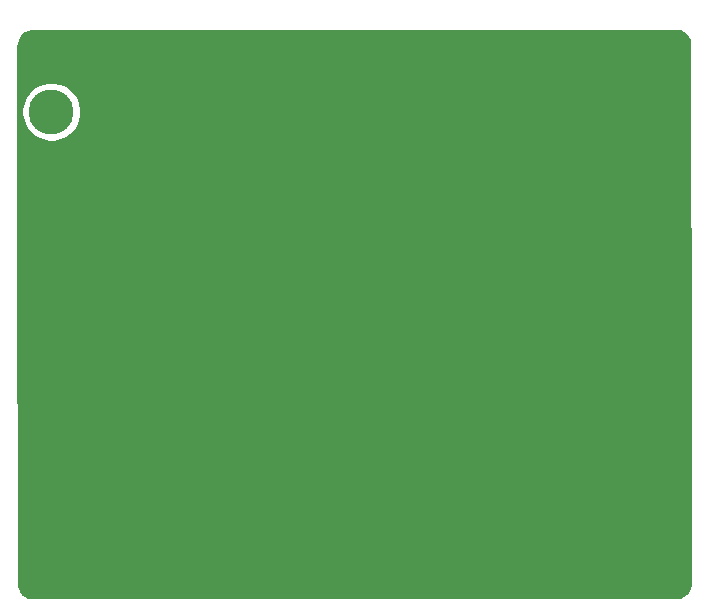
<source format=gbr>
%TF.GenerationSoftware,KiCad,Pcbnew,(5.1.6)-1*%
%TF.CreationDate,2021-04-02T17:33:40+02:00*%
%TF.ProjectId,48-24,34382d32-342e-46b6-9963-61645f706362,rev?*%
%TF.SameCoordinates,Original*%
%TF.FileFunction,Copper,L2,Bot*%
%TF.FilePolarity,Positive*%
%FSLAX46Y46*%
G04 Gerber Fmt 4.6, Leading zero omitted, Abs format (unit mm)*
G04 Created by KiCad (PCBNEW (5.1.6)-1) date 2021-04-02 17:33:40*
%MOMM*%
%LPD*%
G01*
G04 APERTURE LIST*
%TA.AperFunction,ComponentPad*%
%ADD10C,3.800000*%
%TD*%
%TA.AperFunction,ViaPad*%
%ADD11C,0.600000*%
%TD*%
%TA.AperFunction,Conductor*%
%ADD12R,2.950000X4.500000*%
%TD*%
%TA.AperFunction,ViaPad*%
%ADD13C,0.800000*%
%TD*%
%TA.AperFunction,Conductor*%
%ADD14C,0.254000*%
%TD*%
G04 APERTURE END LIST*
D10*
%TO.P,H2,1*%
%TO.N,GND*%
X46850000Y-160150000D03*
%TD*%
%TO.P,H1,1*%
%TO.N,+48V*%
X46850000Y-141750000D03*
%TD*%
%TO.P,J8,1*%
%TO.N,GND*%
%TA.AperFunction,SMDPad,CuDef*%
G36*
G01*
X93100000Y-138000000D02*
X93100000Y-136000000D01*
G75*
G02*
X93600000Y-135500000I500000J0D01*
G01*
X94600000Y-135500000D01*
G75*
G02*
X95100000Y-136000000I0J-500000D01*
G01*
X95100000Y-138000000D01*
G75*
G02*
X94600000Y-138500000I-500000J0D01*
G01*
X93600000Y-138500000D01*
G75*
G02*
X93100000Y-138000000I0J500000D01*
G01*
G37*
%TD.AperFunction*%
%TD*%
%TO.P,J7,1*%
%TO.N,GND*%
%TA.AperFunction,SMDPad,CuDef*%
G36*
G01*
X87100000Y-137900000D02*
X87100000Y-135900000D01*
G75*
G02*
X87600000Y-135400000I500000J0D01*
G01*
X88600000Y-135400000D01*
G75*
G02*
X89100000Y-135900000I0J-500000D01*
G01*
X89100000Y-137900000D01*
G75*
G02*
X88600000Y-138400000I-500000J0D01*
G01*
X87600000Y-138400000D01*
G75*
G02*
X87100000Y-137900000I0J500000D01*
G01*
G37*
%TD.AperFunction*%
%TD*%
%TO.P,J6,1*%
%TO.N,GND*%
%TA.AperFunction,SMDPad,CuDef*%
G36*
G01*
X81200000Y-137900000D02*
X81200000Y-135900000D01*
G75*
G02*
X81700000Y-135400000I500000J0D01*
G01*
X82700000Y-135400000D01*
G75*
G02*
X83200000Y-135900000I0J-500000D01*
G01*
X83200000Y-137900000D01*
G75*
G02*
X82700000Y-138400000I-500000J0D01*
G01*
X81700000Y-138400000D01*
G75*
G02*
X81200000Y-137900000I0J500000D01*
G01*
G37*
%TD.AperFunction*%
%TD*%
%TO.P,J5,1*%
%TO.N,GND*%
%TA.AperFunction,SMDPad,CuDef*%
G36*
G01*
X69150000Y-179750000D02*
X69150000Y-177750000D01*
G75*
G02*
X69650000Y-177250000I500000J0D01*
G01*
X70650000Y-177250000D01*
G75*
G02*
X71150000Y-177750000I0J-500000D01*
G01*
X71150000Y-179750000D01*
G75*
G02*
X70650000Y-180250000I-500000J0D01*
G01*
X69650000Y-180250000D01*
G75*
G02*
X69150000Y-179750000I0J500000D01*
G01*
G37*
%TD.AperFunction*%
%TD*%
%TO.P,J4,1*%
%TO.N,GND*%
%TA.AperFunction,SMDPad,CuDef*%
G36*
G01*
X63950000Y-179750000D02*
X63950000Y-177750000D01*
G75*
G02*
X64450000Y-177250000I500000J0D01*
G01*
X65450000Y-177250000D01*
G75*
G02*
X65950000Y-177750000I0J-500000D01*
G01*
X65950000Y-179750000D01*
G75*
G02*
X65450000Y-180250000I-500000J0D01*
G01*
X64450000Y-180250000D01*
G75*
G02*
X63950000Y-179750000I0J500000D01*
G01*
G37*
%TD.AperFunction*%
%TD*%
%TO.P,J3,1*%
%TO.N,GND*%
%TA.AperFunction,SMDPad,CuDef*%
G36*
G01*
X58950000Y-179750000D02*
X58950000Y-177750000D01*
G75*
G02*
X59450000Y-177250000I500000J0D01*
G01*
X60450000Y-177250000D01*
G75*
G02*
X60950000Y-177750000I0J-500000D01*
G01*
X60950000Y-179750000D01*
G75*
G02*
X60450000Y-180250000I-500000J0D01*
G01*
X59450000Y-180250000D01*
G75*
G02*
X58950000Y-179750000I0J500000D01*
G01*
G37*
%TD.AperFunction*%
%TD*%
%TO.P,J2,1*%
%TO.N,GND*%
%TA.AperFunction,SMDPad,CuDef*%
G36*
G01*
X75650000Y-137900000D02*
X75650000Y-135900000D01*
G75*
G02*
X76150000Y-135400000I500000J0D01*
G01*
X77150000Y-135400000D01*
G75*
G02*
X77650000Y-135900000I0J-500000D01*
G01*
X77650000Y-137900000D01*
G75*
G02*
X77150000Y-138400000I-500000J0D01*
G01*
X76150000Y-138400000D01*
G75*
G02*
X75650000Y-137900000I0J500000D01*
G01*
G37*
%TD.AperFunction*%
%TD*%
%TO.P,J1,1*%
%TO.N,GND*%
%TA.AperFunction,SMDPad,CuDef*%
G36*
G01*
X53950000Y-179750000D02*
X53950000Y-177750000D01*
G75*
G02*
X54450000Y-177250000I500000J0D01*
G01*
X55450000Y-177250000D01*
G75*
G02*
X55950000Y-177750000I0J-500000D01*
G01*
X55950000Y-179750000D01*
G75*
G02*
X55450000Y-180250000I-500000J0D01*
G01*
X54450000Y-180250000D01*
G75*
G02*
X53950000Y-179750000I0J500000D01*
G01*
G37*
%TD.AperFunction*%
%TD*%
D11*
%TO.N,GND*%
%TO.C,U2*%
X62739000Y-154609000D03*
X62739000Y-153509000D03*
X61539000Y-153509000D03*
X61539000Y-154609000D03*
X62739000Y-151009000D03*
X62739000Y-152209000D03*
X61539000Y-152209000D03*
X61539000Y-151009000D03*
D12*
X62139000Y-152809000D03*
%TD*%
%TO.N,GND*%
%TO.C,U3*%
X80504000Y-171927000D03*
D11*
X79904000Y-170127000D03*
X79904000Y-171327000D03*
X81104000Y-171327000D03*
X81104000Y-170127000D03*
X79904000Y-173727000D03*
X79904000Y-172627000D03*
X81104000Y-172627000D03*
X81104000Y-173727000D03*
%TD*%
D13*
%TO.N,GND*%
X55950000Y-155300000D03*
X57250000Y-155450000D03*
X89500000Y-161500000D03*
X89500000Y-162900000D03*
X89500000Y-164300000D03*
X89450000Y-165700000D03*
X88050000Y-165700000D03*
X88050000Y-164350000D03*
X88050000Y-162900000D03*
X88000000Y-161500000D03*
X62400000Y-160350000D03*
X60200000Y-139200000D03*
X60200000Y-140700000D03*
X60200000Y-142200000D03*
X66800000Y-142200000D03*
X66800000Y-140700000D03*
X66750000Y-139200000D03*
X72200000Y-139150000D03*
X72200000Y-140700000D03*
X72150000Y-142200000D03*
X60200000Y-163300000D03*
X60200000Y-164700000D03*
X60200000Y-166100000D03*
X54150000Y-166100000D03*
X54150000Y-164700000D03*
X54150000Y-163300000D03*
X80200000Y-177650000D03*
X81700000Y-177650000D03*
X79950000Y-178700000D03*
X81400000Y-178700000D03*
X80700000Y-179750000D03*
X79200000Y-179750000D03*
X82050000Y-179750000D03*
X83550000Y-179750000D03*
X92550000Y-144350000D03*
X93950000Y-144350000D03*
X95350000Y-144350000D03*
X95350000Y-145800000D03*
X95350000Y-148650000D03*
X95350000Y-147200000D03*
X95350000Y-151500000D03*
X95350000Y-150050000D03*
X93950000Y-151500000D03*
X92500000Y-151500000D03*
X91100000Y-151500000D03*
X70900000Y-152300000D03*
X70900000Y-153700000D03*
X70900000Y-155100000D03*
X70900000Y-156500000D03*
X45500000Y-153700000D03*
X45500000Y-154850000D03*
X45500000Y-155950000D03*
X45500000Y-157200000D03*
X52850000Y-163300000D03*
X51500000Y-163250000D03*
X50100000Y-163200000D03*
X48700000Y-163250000D03*
X46900000Y-163300000D03*
X46900000Y-165250000D03*
X52900000Y-164700000D03*
%TD*%
D14*
%TO.N,GND*%
G36*
X100107086Y-134963328D02*
G01*
X100109429Y-134964035D01*
X100339792Y-135086522D01*
X100541980Y-135251422D01*
X100708286Y-135452450D01*
X100832378Y-135681954D01*
X100875041Y-135819774D01*
X100940001Y-167081982D01*
X100940001Y-181567711D01*
X100911375Y-181859660D01*
X100835965Y-182109429D01*
X100713477Y-182339794D01*
X100548579Y-182541979D01*
X100347546Y-182708288D01*
X100118046Y-182832378D01*
X100109363Y-182835066D01*
X44843372Y-182810869D01*
X44660206Y-182713477D01*
X44458021Y-182548579D01*
X44291712Y-182347546D01*
X44167622Y-182118046D01*
X44125014Y-181980401D01*
X44060000Y-150659836D01*
X44060000Y-141500324D01*
X44315000Y-141500324D01*
X44315000Y-141999676D01*
X44412418Y-142489432D01*
X44603512Y-142950773D01*
X44880937Y-143365968D01*
X45234032Y-143719063D01*
X45649227Y-143996488D01*
X46110568Y-144187582D01*
X46600324Y-144285000D01*
X47099676Y-144285000D01*
X47589432Y-144187582D01*
X48050773Y-143996488D01*
X48465968Y-143719063D01*
X48819063Y-143365968D01*
X49096488Y-142950773D01*
X49287582Y-142489432D01*
X49385000Y-141999676D01*
X49385000Y-141500324D01*
X49287582Y-141010568D01*
X49096488Y-140549227D01*
X48819063Y-140134032D01*
X48465968Y-139780937D01*
X48050773Y-139503512D01*
X47589432Y-139312418D01*
X47099676Y-139215000D01*
X46600324Y-139215000D01*
X46110568Y-139312418D01*
X45649227Y-139503512D01*
X45234032Y-139780937D01*
X44880937Y-140134032D01*
X44603512Y-140549227D01*
X44412418Y-141010568D01*
X44315000Y-141500324D01*
X44060000Y-141500324D01*
X44060000Y-136232279D01*
X44088625Y-135940341D01*
X44164035Y-135690571D01*
X44286522Y-135460208D01*
X44451422Y-135258020D01*
X44652450Y-135091714D01*
X44881954Y-134967622D01*
X45129110Y-134891114D01*
X100107086Y-134963328D01*
G37*
X100107086Y-134963328D02*
X100109429Y-134964035D01*
X100339792Y-135086522D01*
X100541980Y-135251422D01*
X100708286Y-135452450D01*
X100832378Y-135681954D01*
X100875041Y-135819774D01*
X100940001Y-167081982D01*
X100940001Y-181567711D01*
X100911375Y-181859660D01*
X100835965Y-182109429D01*
X100713477Y-182339794D01*
X100548579Y-182541979D01*
X100347546Y-182708288D01*
X100118046Y-182832378D01*
X100109363Y-182835066D01*
X44843372Y-182810869D01*
X44660206Y-182713477D01*
X44458021Y-182548579D01*
X44291712Y-182347546D01*
X44167622Y-182118046D01*
X44125014Y-181980401D01*
X44060000Y-150659836D01*
X44060000Y-141500324D01*
X44315000Y-141500324D01*
X44315000Y-141999676D01*
X44412418Y-142489432D01*
X44603512Y-142950773D01*
X44880937Y-143365968D01*
X45234032Y-143719063D01*
X45649227Y-143996488D01*
X46110568Y-144187582D01*
X46600324Y-144285000D01*
X47099676Y-144285000D01*
X47589432Y-144187582D01*
X48050773Y-143996488D01*
X48465968Y-143719063D01*
X48819063Y-143365968D01*
X49096488Y-142950773D01*
X49287582Y-142489432D01*
X49385000Y-141999676D01*
X49385000Y-141500324D01*
X49287582Y-141010568D01*
X49096488Y-140549227D01*
X48819063Y-140134032D01*
X48465968Y-139780937D01*
X48050773Y-139503512D01*
X47589432Y-139312418D01*
X47099676Y-139215000D01*
X46600324Y-139215000D01*
X46110568Y-139312418D01*
X45649227Y-139503512D01*
X45234032Y-139780937D01*
X44880937Y-140134032D01*
X44603512Y-140549227D01*
X44412418Y-141010568D01*
X44315000Y-141500324D01*
X44060000Y-141500324D01*
X44060000Y-136232279D01*
X44088625Y-135940341D01*
X44164035Y-135690571D01*
X44286522Y-135460208D01*
X44451422Y-135258020D01*
X44652450Y-135091714D01*
X44881954Y-134967622D01*
X45129110Y-134891114D01*
X100107086Y-134963328D01*
%TD*%
M02*

</source>
